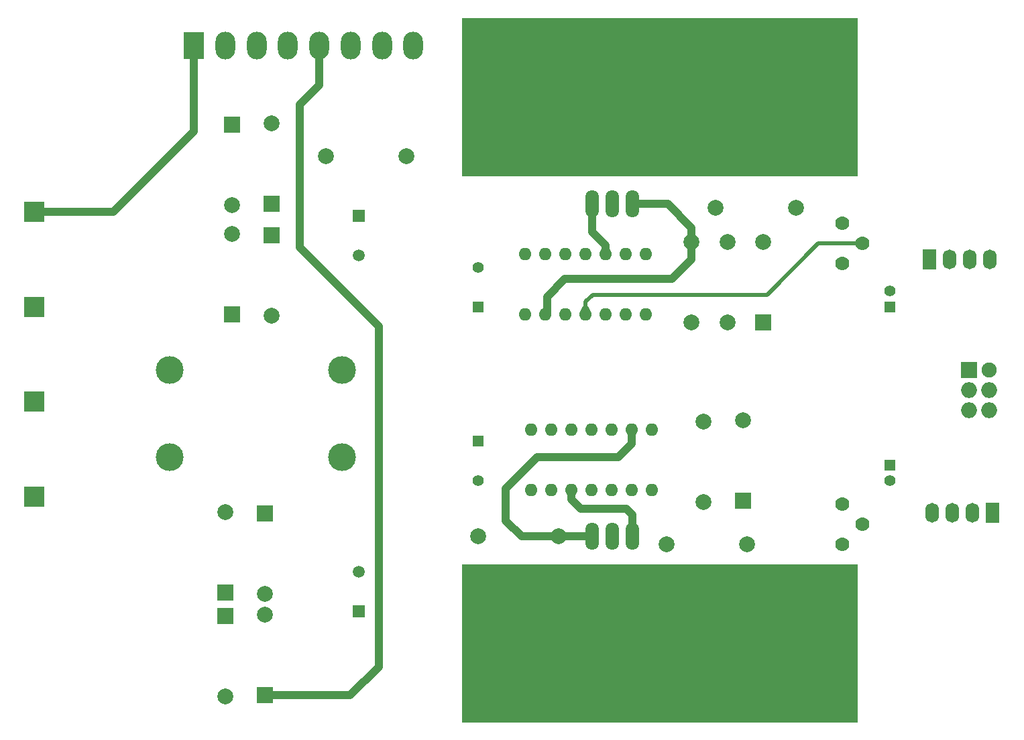
<source format=gtl>
G04 #@! TF.FileFunction,Copper,L1,Top,Signal*
%FSLAX46Y46*%
G04 Gerber Fmt 4.6, Leading zero omitted, Abs format (unit mm)*
G04 Created by KiCad (PCBNEW 4.0.2-stable) date 2016-11-14 9:45:42 PM*
%MOMM*%
G01*
G04 APERTURE LIST*
%ADD10C,0.200000*%
%ADD11R,1.500000X1.500000*%
%ADD12C,1.500000*%
%ADD13R,1.400000X1.400000*%
%ADD14C,1.400000*%
%ADD15O,2.500000X3.500000*%
%ADD16R,2.500000X3.500000*%
%ADD17R,1.727200X2.500000*%
%ADD18O,1.727200X2.500000*%
%ADD19R,2.000000X2.000000*%
%ADD20O,1.900000X1.900000*%
%ADD21O,2.000000X2.000000*%
%ADD22C,1.998980*%
%ADD23O,1.600000X1.600000*%
%ADD24C,1.778000*%
%ADD25R,1.998980X1.998980*%
%ADD26O,1.699260X3.500120*%
%ADD27C,4.000000*%
%ADD28R,50.000000X20.000000*%
%ADD29C,1.524000*%
%ADD30C,3.500120*%
%ADD31R,2.500000X2.500000*%
%ADD32C,0.500000*%
%ADD33C,1.000000*%
G04 APERTURE END LIST*
D10*
D11*
X108000000Y-68500000D03*
D12*
X108000000Y-73500000D03*
D11*
X108000000Y-118500000D03*
D12*
X108000000Y-113500000D03*
D13*
X123000000Y-80000000D03*
D14*
X123000000Y-75000000D03*
D13*
X123000000Y-97000000D03*
D14*
X123000000Y-102000000D03*
D13*
X175000000Y-80000000D03*
D14*
X175000000Y-78000000D03*
D13*
X175000000Y-100000000D03*
D14*
X175000000Y-102000000D03*
D15*
X91100000Y-47000000D03*
D16*
X87140000Y-47000000D03*
D15*
X95060000Y-47000000D03*
X99020000Y-47000000D03*
X102980000Y-47000000D03*
X106940000Y-47000000D03*
X110900000Y-47000000D03*
X114860000Y-47000000D03*
D17*
X180000000Y-74000000D03*
D18*
X182540000Y-74000000D03*
X185080000Y-74000000D03*
X187620000Y-74000000D03*
D19*
X185000000Y-88000000D03*
D20*
X187540000Y-88000000D03*
D21*
X185000000Y-90540000D03*
X187540000Y-90540000D03*
X185000000Y-93080000D03*
X187540000Y-93080000D03*
D17*
X188000000Y-106000000D03*
D18*
X185460000Y-106000000D03*
X182920000Y-106000000D03*
X180380000Y-106000000D03*
D22*
X150000000Y-82000000D03*
X150000000Y-71840000D03*
X154500000Y-71840000D03*
X154500000Y-82000000D03*
X153000000Y-67500000D03*
X163160000Y-67500000D03*
X123000000Y-109000000D03*
X133160000Y-109000000D03*
X157000000Y-110000000D03*
X146840000Y-110000000D03*
X151500000Y-94500000D03*
X151500000Y-104660000D03*
X114000000Y-61000000D03*
X103840000Y-61000000D03*
D23*
X129000000Y-81000000D03*
X131540000Y-81000000D03*
X134080000Y-81000000D03*
X136620000Y-81000000D03*
X139160000Y-81000000D03*
X141700000Y-81000000D03*
X144240000Y-81000000D03*
X144240000Y-73380000D03*
X141700000Y-73380000D03*
X139160000Y-73380000D03*
X136620000Y-73380000D03*
X134080000Y-73380000D03*
X131540000Y-73380000D03*
X129000000Y-73380000D03*
X145000000Y-95500000D03*
X142460000Y-95500000D03*
X139920000Y-95500000D03*
X137380000Y-95500000D03*
X134840000Y-95500000D03*
X132300000Y-95500000D03*
X129760000Y-95500000D03*
X129760000Y-103120000D03*
X132300000Y-103120000D03*
X134840000Y-103120000D03*
X137380000Y-103120000D03*
X139920000Y-103120000D03*
X142460000Y-103120000D03*
X145000000Y-103120000D03*
D24*
X169000000Y-69460000D03*
X171540000Y-72000000D03*
X169000000Y-74540000D03*
X169000000Y-104960000D03*
X171540000Y-107500000D03*
X169000000Y-110040000D03*
D22*
X96997460Y-56840000D03*
D25*
X96997460Y-67000000D03*
D22*
X97002540Y-81160000D03*
D25*
X97002540Y-71000000D03*
D22*
X92002540Y-67160000D03*
D25*
X92002540Y-57000000D03*
D22*
X91997460Y-70840000D03*
D25*
X91997460Y-81000000D03*
D22*
X96131560Y-118932560D03*
D25*
X96131560Y-129092560D03*
D22*
X96136640Y-116252560D03*
D25*
X96136640Y-106092560D03*
D22*
X91136640Y-129252560D03*
D25*
X91136640Y-119092560D03*
D22*
X91131560Y-105932560D03*
D25*
X91131560Y-116092560D03*
D22*
X158997460Y-71840000D03*
D25*
X158997460Y-82000000D03*
D22*
X156497460Y-94340000D03*
D25*
X156497460Y-104500000D03*
D26*
X140000000Y-67000000D03*
X137460000Y-67000000D03*
X142540000Y-67000000D03*
D27*
X140000000Y-50236000D03*
D28*
X146000000Y-53500000D03*
D29*
X123000000Y-45000000D03*
X126000000Y-45000000D03*
X129000000Y-45000000D03*
X132000000Y-45000000D03*
X135000000Y-45000000D03*
X132000000Y-48000000D03*
X129000000Y-48000000D03*
X126000000Y-48000000D03*
X123000000Y-48000000D03*
X123000000Y-51000000D03*
X123000000Y-54000000D03*
X123000000Y-57000000D03*
X123000000Y-60000000D03*
X126000000Y-60000000D03*
X126000000Y-57000000D03*
X126000000Y-54000000D03*
X126000000Y-51000000D03*
X129000000Y-51000000D03*
X132000000Y-51000000D03*
X132000000Y-54000000D03*
X129000000Y-54000000D03*
X129000000Y-57000000D03*
X132000000Y-57000000D03*
X129000000Y-60000000D03*
X132000000Y-60000000D03*
X148000000Y-45000000D03*
X151000000Y-45000000D03*
X151000000Y-48000000D03*
X148000000Y-48000000D03*
X148000000Y-51000000D03*
X151000000Y-51000000D03*
X154000000Y-51000000D03*
X154000000Y-48000000D03*
X157000000Y-48000000D03*
X154000000Y-45000000D03*
X157000000Y-45000000D03*
X157000000Y-51000000D03*
X157000000Y-54000000D03*
X154000000Y-54000000D03*
X148000000Y-60000000D03*
X151000000Y-60000000D03*
X148000000Y-57000000D03*
X148000000Y-54000000D03*
X151000000Y-54000000D03*
X151000000Y-57000000D03*
X154000000Y-57000000D03*
X157000000Y-57000000D03*
X154000000Y-60000000D03*
X157000000Y-60000000D03*
X145000000Y-45000000D03*
D26*
X140000000Y-109000000D03*
X142540000Y-109000000D03*
X137460000Y-109000000D03*
D27*
X140000000Y-125764000D03*
D28*
X146000000Y-122500000D03*
D29*
X157000000Y-131000000D03*
X154000000Y-131000000D03*
X151000000Y-131000000D03*
X148000000Y-131000000D03*
X145000000Y-131000000D03*
X148000000Y-128000000D03*
X151000000Y-128000000D03*
X154000000Y-128000000D03*
X157000000Y-128000000D03*
X157000000Y-125000000D03*
X157000000Y-122000000D03*
X157000000Y-119000000D03*
X157000000Y-116000000D03*
X154000000Y-116000000D03*
X154000000Y-119000000D03*
X154000000Y-122000000D03*
X154000000Y-125000000D03*
X151000000Y-125000000D03*
X148000000Y-125000000D03*
X148000000Y-122000000D03*
X151000000Y-122000000D03*
X151000000Y-119000000D03*
X148000000Y-119000000D03*
X151000000Y-116000000D03*
X148000000Y-116000000D03*
X132000000Y-131000000D03*
X129000000Y-131000000D03*
X129000000Y-128000000D03*
X132000000Y-128000000D03*
X132000000Y-125000000D03*
X129000000Y-125000000D03*
X126000000Y-125000000D03*
X126000000Y-128000000D03*
X123000000Y-128000000D03*
X126000000Y-131000000D03*
X123000000Y-131000000D03*
X123000000Y-125000000D03*
X123000000Y-122000000D03*
X126000000Y-122000000D03*
X132000000Y-116000000D03*
X129000000Y-116000000D03*
X132000000Y-119000000D03*
X132000000Y-122000000D03*
X129000000Y-122000000D03*
X129000000Y-119000000D03*
X126000000Y-119000000D03*
X123000000Y-119000000D03*
X126000000Y-116000000D03*
X123000000Y-116000000D03*
X135000000Y-131000000D03*
D30*
X105883900Y-99000000D03*
X84116100Y-99000000D03*
X105883900Y-88000000D03*
X84116100Y-88000000D03*
D31*
X67000000Y-80000000D03*
X67000000Y-92000000D03*
X67000000Y-104000000D03*
X67000000Y-68000000D03*
D32*
X171540000Y-72000000D02*
X166000000Y-72000000D01*
X166000000Y-72000000D02*
X159500000Y-78500000D01*
X159500000Y-78500000D02*
X137500000Y-78500000D01*
X137500000Y-78500000D02*
X136620000Y-79380000D01*
X136620000Y-79380000D02*
X136620000Y-81000000D01*
D33*
X136620000Y-80380000D02*
X136620000Y-81000000D01*
X102980000Y-47000000D02*
X102980000Y-52020000D01*
X102980000Y-52020000D02*
X100500000Y-54500000D01*
X100500000Y-72500000D02*
X110500000Y-82500000D01*
X100500000Y-54500000D02*
X100500000Y-72500000D01*
X110500000Y-125500000D02*
X106907440Y-129092560D01*
X110500000Y-82500000D02*
X110500000Y-125500000D01*
X106907440Y-129092560D02*
X96131560Y-129092560D01*
X87140000Y-57860000D02*
X77000000Y-68000000D01*
X77000000Y-68000000D02*
X69117600Y-68000000D01*
X69117600Y-68000000D02*
X67000000Y-68000000D01*
X87140000Y-47000000D02*
X87140000Y-57860000D01*
X139160000Y-73380000D02*
X139160000Y-72248630D01*
X139160000Y-72248630D02*
X137460000Y-70548630D01*
X137460000Y-70548630D02*
X137460000Y-70260000D01*
X137460000Y-67000000D02*
X137460000Y-70260000D01*
X150000000Y-71840000D02*
X150000000Y-74000000D01*
X150000000Y-74000000D02*
X147500000Y-76500000D01*
X147500000Y-76500000D02*
X134000000Y-76500000D01*
X134000000Y-76500000D02*
X131750000Y-78750000D01*
X131750000Y-78750000D02*
X131750000Y-80790000D01*
X131750000Y-80790000D02*
X131540000Y-81000000D01*
X150000000Y-71840000D02*
X150000000Y-70000000D01*
X150000000Y-70000000D02*
X147000000Y-67000000D01*
X147000000Y-67000000D02*
X144389630Y-67000000D01*
X144389630Y-67000000D02*
X142540000Y-67000000D01*
X136000000Y-105500000D02*
X134840000Y-104340000D01*
X134840000Y-104340000D02*
X134840000Y-103120000D01*
X141790060Y-105500000D02*
X136000000Y-105500000D01*
X142540000Y-109000000D02*
X142540000Y-106249940D01*
X142540000Y-106249940D02*
X141790060Y-105500000D01*
X142460000Y-95500000D02*
X142460000Y-97290000D01*
X142460000Y-97290000D02*
X140750000Y-99000000D01*
X140750000Y-99000000D02*
X130500000Y-99000000D01*
X130500000Y-99000000D02*
X126500000Y-103000000D01*
X126500000Y-103000000D02*
X126500000Y-107000000D01*
X126500000Y-107000000D02*
X128500000Y-109000000D01*
X128500000Y-109000000D02*
X133160000Y-109000000D01*
X133160000Y-109000000D02*
X135610370Y-109000000D01*
X135610370Y-109000000D02*
X137460000Y-109000000D01*
M02*

</source>
